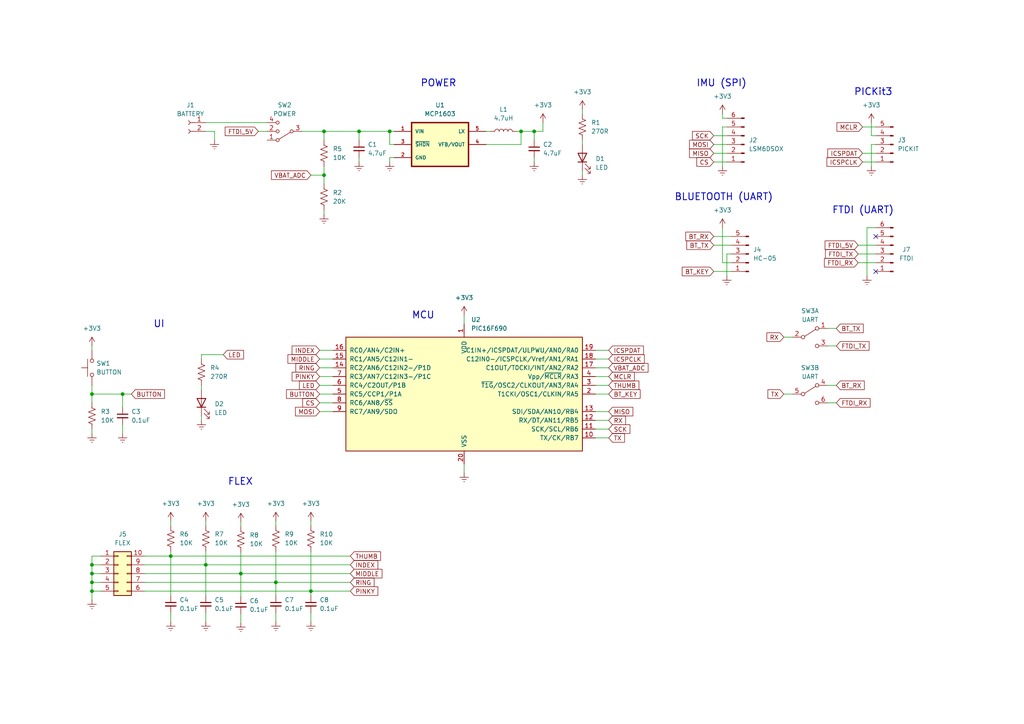
<source format=kicad_sch>
(kicad_sch (version 20211123) (generator eeschema)
  (paper "A4")
  (title_block (title "Fusion"))
  (lib_symbols
    (symbol "Connector:Conn_01x02_Female" (pin_names (offset 1.016) hide)
      (property "Reference" "J" (at 0 2.54 0))
      (property "Value" "Conn_01x02_Female" (at 0 -5.08 0))
      (symbol "Conn_01x02_Female_1_1"
        (arc (start 0 -2.032) (mid -0.508 -2.54) (end 0 -3.048) (stroke (width 0.1524)))
        (polyline (pts (xy -1.27 -2.54) (xy -0.508 -2.54)) (stroke (width 0.1524)))
        (polyline (pts (xy -1.27 0) (xy -0.508 0)) (stroke (width 0.1524)))
        (arc (start 0 0.508) (mid -0.508 0) (end 0 -0.508) (stroke (width 0.1524)))
        (pin passive line (at -5.08 0 0) (length 3.81) (name "Pin_1") (number "1"))
        (pin passive line (at -5.08 -2.54 0) (length 3.81) (name "Pin_2") (number "2"))
      )
    )
    (symbol "Connector:Conn_01x05_Male" (pin_names (offset 1.016) hide)
      (property "Reference" "J" (at 0 7.62 0))
      (property "Value" "Conn_01x05_Male" (at 0 -7.62 0))
      (symbol "Conn_01x05_Male_1_1"
        (polyline (pts (xy 1.27 -5.08) (xy 0.8636 -5.08)) (stroke (width 0.1524)))
        (polyline (pts (xy 1.27 -2.54) (xy 0.8636 -2.54)) (stroke (width 0.1524)))
        (polyline (pts (xy 1.27 0) (xy 0.8636 0)) (stroke (width 0.1524)))
        (polyline (pts (xy 1.27 2.54) (xy 0.8636 2.54)) (stroke (width 0.1524)))
        (polyline (pts (xy 1.27 5.08) (xy 0.8636 5.08)) (stroke (width 0.1524)))
        (rectangle (start 0.8636 -4.953) (end 0 -5.207) (stroke (width 0.1524)) (fill (type outline)))
        (rectangle (start 0.8636 -2.413) (end 0 -2.667) (stroke (width 0.1524)) (fill (type outline)))
        (rectangle (start 0.8636 0.127) (end 0 -0.127) (stroke (width 0.1524)) (fill (type outline)))
        (rectangle (start 0.8636 2.667) (end 0 2.413) (stroke (width 0.1524)) (fill (type outline)))
        (rectangle (start 0.8636 5.207) (end 0 4.953) (stroke (width 0.1524)) (fill (type outline)))
        (pin passive line (at 5.08 5.08 180) (length 3.81) (name "Pin_1") (number "1"))
        (pin passive line (at 5.08 2.54 180) (length 3.81) (name "Pin_2") (number "2"))
        (pin passive line (at 5.08 0 180) (length 3.81) (name "Pin_3") (number "3"))
        (pin passive line (at 5.08 -2.54 180) (length 3.81) (name "Pin_4") (number "4"))
        (pin passive line (at 5.08 -5.08 180) (length 3.81) (name "Pin_5") (number "5"))
      )
    )
    (symbol "Connector:Conn_01x06_Male" (pin_names (offset 1.016) hide)
      (property "Reference" "J" (at 0 7.62 0))
      (property "Value" "Conn_01x06_Male" (at 0 -10.16 0))
      (symbol "Conn_01x06_Male_1_1"
        (polyline (pts (xy 1.27 -7.62) (xy 0.8636 -7.62)) (stroke (width 0.1524)))
        (polyline (pts (xy 1.27 -5.08) (xy 0.8636 -5.08)) (stroke (width 0.1524)))
        (polyline (pts (xy 1.27 -2.54) (xy 0.8636 -2.54)) (stroke (width 0.1524)))
        (polyline (pts (xy 1.27 0) (xy 0.8636 0)) (stroke (width 0.1524)))
        (polyline (pts (xy 1.27 2.54) (xy 0.8636 2.54)) (stroke (width 0.1524)))
        (polyline (pts (xy 1.27 5.08) (xy 0.8636 5.08)) (stroke (width 0.1524)))
        (rectangle (start 0.8636 -7.493) (end 0 -7.747) (stroke (width 0.1524)) (fill (type outline)))
        (rectangle (start 0.8636 -4.953) (end 0 -5.207) (stroke (width 0.1524)) (fill (type outline)))
        (rectangle (start 0.8636 -2.413) (end 0 -2.667) (stroke (width 0.1524)) (fill (type outline)))
        (rectangle (start 0.8636 0.127) (end 0 -0.127) (stroke (width 0.1524)) (fill (type outline)))
        (rectangle (start 0.8636 2.667) (end 0 2.413) (stroke (width 0.1524)) (fill (type outline)))
        (rectangle (start 0.8636 5.207) (end 0 4.953) (stroke (width 0.1524)) (fill (type outline)))
        (pin passive line (at 5.08 5.08 180) (length 3.81) (name "Pin_1") (number "1"))
        (pin passive line (at 5.08 2.54 180) (length 3.81) (name "Pin_2") (number "2"))
        (pin passive line (at 5.08 0 180) (length 3.81) (name "Pin_3") (number "3"))
        (pin passive line (at 5.08 -2.54 180) (length 3.81) (name "Pin_4") (number "4"))
        (pin passive line (at 5.08 -5.08 180) (length 3.81) (name "Pin_5") (number "5"))
        (pin passive line (at 5.08 -7.62 180) (length 3.81) (name "Pin_6") (number "6"))
      )
    )
    (symbol "Connector_Generic:Conn_02x05_Counter_Clockwise" (pin_names (offset 1.016) hide)
      (property "Reference" "J" (at 1.27 7.62 0))
      (property "Value" "Conn_02x05_Counter_Clockwise" (at 1.27 -7.62 0))
      (symbol "Conn_02x05_Counter_Clockwise_1_1"
        (rectangle (start -1.27 -4.953) (end 0 -5.207) (stroke (width 0.1524)))
        (rectangle (start -1.27 -2.413) (end 0 -2.667) (stroke (width 0.1524)))
        (rectangle (start -1.27 0.127) (end 0 -0.127) (stroke (width 0.1524)))
        (rectangle (start -1.27 2.667) (end 0 2.413) (stroke (width 0.1524)))
        (rectangle (start -1.27 5.207) (end 0 4.953) (stroke (width 0.1524)))
        (rectangle (start -1.27 6.35) (end 3.81 -6.35) (stroke (width 0.254)) (fill (type background)))
        (rectangle (start 3.81 -4.953) (end 2.54 -5.207) (stroke (width 0.1524)))
        (rectangle (start 3.81 -2.413) (end 2.54 -2.667) (stroke (width 0.1524)))
        (rectangle (start 3.81 0.127) (end 2.54 -0.127) (stroke (width 0.1524)))
        (rectangle (start 3.81 2.667) (end 2.54 2.413) (stroke (width 0.1524)))
        (rectangle (start 3.81 5.207) (end 2.54 4.953) (stroke (width 0.1524)))
        (pin passive line (at -5.08 5.08 0) (length 3.81) (name "Pin_1") (number "1"))
        (pin passive line (at 7.62 5.08 180) (length 3.81) (name "Pin_10") (number "10"))
        (pin passive line (at -5.08 2.54 0) (length 3.81) (name "Pin_2") (number "2"))
        (pin passive line (at -5.08 0 0) (length 3.81) (name "Pin_3") (number "3"))
        (pin passive line (at -5.08 -2.54 0) (length 3.81) (name "Pin_4") (number "4"))
        (pin passive line (at -5.08 -5.08 0) (length 3.81) (name "Pin_5") (number "5"))
        (pin passive line (at 7.62 -5.08 180) (length 3.81) (name "Pin_6") (number "6"))
        (pin passive line (at 7.62 -2.54 180) (length 3.81) (name "Pin_7") (number "7"))
        (pin passive line (at 7.62 0 180) (length 3.81) (name "Pin_8") (number "8"))
        (pin passive line (at 7.62 2.54 180) (length 3.81) (name "Pin_9") (number "9"))
      )
    )
    (symbol "Device:C_Small" (pin_numbers hide) (pin_names (offset 0.254) hide)
      (property "Reference" "C" (at 0.254 1.778 0))
      (property "Value" "C_Small" (at 0.254 -2.032 0))
      (symbol "C_Small_0_1"
        (polyline (pts (xy -1.524 -0.508) (xy 1.524 -0.508)) (stroke (width 0.3302)))
        (polyline (pts (xy -1.524 0.508) (xy 1.524 0.508)) (stroke (width 0.3048)))
      )
      (symbol "C_Small_1_1"
        (pin passive line (at 0 2.54 270) (length 2.032) (name "~") (number "1"))
        (pin passive line (at 0 -2.54 90) (length 2.032) (name "~") (number "2"))
      )
    )
    (symbol "Device:L" (pin_numbers hide) (pin_names (offset 1.016) hide)
      (property "Reference" "L" (at -1.27 0 90))
      (property "Value" "L" (at 1.905 0 90))
      (symbol "L_0_1"
        (arc (start 0 -2.54) (mid 0.635 -1.905) (end 0 -1.27))
        (arc (start 0 -1.27) (mid 0.635 -0.635) (end 0 0))
        (arc (start 0 0) (mid 0.635 0.635) (end 0 1.27))
        (arc (start 0 1.27) (mid 0.635 1.905) (end 0 2.54))
      )
      (symbol "L_1_1"
        (pin passive line (at 0 3.81 270) (length 1.27) (name "1") (number "1"))
        (pin passive line (at 0 -3.81 90) (length 1.27) (name "2") (number "2"))
      )
    )
    (symbol "Device:LED" (pin_numbers hide) (pin_names (offset 1.016) hide)
      (property "Reference" "D" (at 0 2.54 0))
      (property "Value" "LED" (at 0 -2.54 0))
      (symbol "LED_0_1"
        (polyline (pts (xy -1.27 -1.27) (xy -1.27 1.27)) (stroke (width 0.254)))
        (polyline (pts (xy -1.27 0) (xy 1.27 0)))
        (polyline (pts (xy 1.27 -1.27) (xy 1.27 1.27) (xy -1.27 0) (xy 1.27 -1.27)) (stroke (width 0.254)))
        (polyline (pts (xy -3.048 -0.762) (xy -4.572 -2.286) (xy -3.81 -2.286) (xy -4.572 -2.286) (xy -4.572 -1.524)))
        (polyline (pts (xy -1.778 -0.762) (xy -3.302 -2.286) (xy -2.54 -2.286) (xy -3.302 -2.286) (xy -3.302 -1.524)))
      )
      (symbol "LED_1_1"
        (pin passive line (at -3.81 0 0) (length 2.54) (name "K") (number "1"))
        (pin passive line (at 3.81 0 180) (length 2.54) (name "A") (number "2"))
      )
    )
    (symbol "Device:R_US" (pin_numbers hide) (pin_names (offset 0))
      (property "Reference" "R" (at 2.54 0 90))
      (property "Value" "R_US" (at -2.54 0 90))
      (symbol "R_US_0_1"
        (polyline (pts (xy 0 -2.286) (xy 0 -2.54)))
        (polyline (pts (xy 0 2.286) (xy 0 2.54)))
        (polyline (pts (xy 0 -0.762) (xy 1.016 -1.143) (xy 0 -1.524) (xy -1.016 -1.905) (xy 0 -2.286)))
        (polyline (pts (xy 0 0.762) (xy 1.016 0.381) (xy 0 0) (xy -1.016 -0.381) (xy 0 -0.762)))
        (polyline (pts (xy 0 2.286) (xy 1.016 1.905) (xy 0 1.524) (xy -1.016 1.143) (xy 0 0.762)))
      )
      (symbol "R_US_1_1"
        (pin passive line (at 0 3.81 270) (length 1.27) (name "~") (number "1"))
        (pin passive line (at 0 -3.81 90) (length 1.27) (name "~") (number "2"))
      )
    )
    (symbol "MCP1603:MCP1603" (pin_names (offset 1.016))
      (property "Reference" "U" (at -1.27 6.35 0))
      (property "Value" "MCP1603" (at -5.08 -10.16 0))
      (symbol "MCP1603_0_0"
        (rectangle (start -8.89 5.08) (end 7.62 -7.62) (stroke (width 0.4064)) (fill (type background)))
        (pin power_in line (at -13.97 2.54 0) (length 5.08) (name "VIN") (number "1"))
        (pin passive line (at -13.97 -5.08 0) (length 5.08) (name "GND") (number "2"))
        (pin input line (at -13.97 -1.27 0) (length 5.08) (name "~{SHDN}") (number "3"))
        (pin output line (at 12.7 -1.27 180) (length 5.08) (name "VFB/VOUT") (number "4"))
        (pin input line (at 12.7 2.54 180) (length 5.08) (name "LX") (number "5"))
      )
    )
    (symbol "MCU_Microchip_PIC16:PIC16F690-IP" (pin_names (offset 1.016))
      (property "Reference" "U" (at 19.05 20.32 0))
      (property "Value" "PIC16F690-IP" (at 19.05 17.78 0))
      (symbol "PIC16F690-IP_0_1"
        (rectangle (start -34.29 16.51) (end 34.29 -16.51) (stroke (width 0.254)) (fill (type background)))
      )
      (symbol "PIC16F690-IP_1_1"
        (pin power_in line (at 0 20.32 270) (length 3.81) (name "VDD") (number "1"))
        (pin bidirectional line (at 38.1 -12.7 180) (length 3.81) (name "TX/CK/RB7") (number "10"))
        (pin bidirectional line (at 38.1 -10.16 180) (length 3.81) (name "SCK/SCL/RB6") (number "11"))
        (pin bidirectional line (at 38.1 -7.62 180) (length 3.81) (name "RX/DT/AN11/RB5") (number "12"))
        (pin bidirectional line (at 38.1 -5.08 180) (length 3.81) (name "SDI/SDA/AN10/RB4") (number "13"))
        (pin bidirectional line (at -38.1 7.62 0) (length 3.81) (name "RC2/AN6/C12IN2-/P1D") (number "14"))
        (pin bidirectional line (at -38.1 10.16 0) (length 3.81) (name "RC1/AN5/C12IN1-") (number "15"))
        (pin bidirectional line (at -38.1 12.7 0) (length 3.81) (name "RC0/AN4/C2IN+") (number "16"))
        (pin bidirectional line (at 38.1 7.62 180) (length 3.81) (name "C1OUT/T0CKI/INT/AN2/RA2") (number "17"))
        (pin bidirectional line (at 38.1 10.16 180) (length 3.81) (name "C12IN0-/ICSPCLK/Vref/AN1/RA1") (number "18"))
        (pin bidirectional line (at 38.1 12.7 180) (length 3.81) (name "C1IN+/ICSPDAT/ULPWU/AN0/RA0") (number "19"))
        (pin bidirectional line (at 38.1 0 180) (length 3.81) (name "T1CKI/OSC1/CLKIN/RA5") (number "2"))
        (pin power_in line (at 0 -20.32 90) (length 3.81) (name "VSS") (number "20"))
        (pin bidirectional line (at 38.1 2.54 180) (length 3.81) (name "~{T1G}/OSC2/CLKOUT/AN3/RA4") (number "3"))
        (pin input line (at 38.1 5.08 180) (length 3.81) (name "Vpp/~{MCLR}/RA3") (number "4"))
        (pin bidirectional line (at -38.1 0 0) (length 3.81) (name "RC5/CCP1/P1A") (number "5"))
        (pin bidirectional line (at -38.1 2.54 0) (length 3.81) (name "RC4/C2OUT/P1B") (number "6"))
        (pin bidirectional line (at -38.1 5.08 0) (length 3.81) (name "RC3/AN7/C12IN3-/P1C") (number "7"))
        (pin bidirectional line (at -38.1 -2.54 0) (length 3.81) (name "RC6/AN8/~{SS}") (number "8"))
        (pin bidirectional line (at -38.1 -5.08 0) (length 3.81) (name "RC7/AN9/SDO") (number "9"))
      )
    )
    (symbol "Switch:SW_DPDT_x2" (pin_names (offset 0) hide)
      (property "Reference" "SW" (at 0 4.318 0))
      (property "Value" "SW_DPDT_x2" (at 0 -5.08 0))
      (symbol "SW_DPDT_x2_0_0"
        (circle (center -2.032 0) (radius 0.508))
        (circle (center 2.032 -2.54) (radius 0.508))
      )
      (symbol "SW_DPDT_x2_0_1"
        (polyline (pts (xy -1.524 0.254) (xy 1.651 2.286)))
        (circle (center 2.032 2.54) (radius 0.508))
      )
      (symbol "SW_DPDT_x2_1_1"
        (pin passive line (at 5.08 2.54 180) (length 2.54) (name "A") (number "1"))
        (pin passive line (at -5.08 0 0) (length 2.54) (name "B") (number "2"))
        (pin passive line (at 5.08 -2.54 180) (length 2.54) (name "C") (number "3"))
      )
      (symbol "SW_DPDT_x2_2_1"
        (pin passive line (at 5.08 2.54 180) (length 2.54) (name "A") (number "4"))
        (pin passive line (at -5.08 0 0) (length 2.54) (name "B") (number "5"))
        (pin passive line (at 5.08 -2.54 180) (length 2.54) (name "C") (number "6"))
      )
    )
    (symbol "Switch:SW_Push" (pin_numbers hide) (pin_names (offset 1.016) hide)
      (property "Reference" "SW" (at 1.27 2.54 0))
      (property "Value" "SW_Push" (at 0 -1.524 0))
      (symbol "SW_Push_0_1"
        (circle (center -2.032 0) (radius 0.508))
        (polyline (pts (xy 0 1.27) (xy 0 3.048)))
        (polyline (pts (xy 2.54 1.27) (xy -2.54 1.27)))
        (circle (center 2.032 0) (radius 0.508))
        (pin passive line (at -5.08 0 0) (length 2.54) (name "1") (number "1"))
        (pin passive line (at 5.08 0 180) (length 2.54) (name "2") (number "2"))
      )
    )
    (symbol "Switch:SW_SP3T" (pin_names (offset 0) hide)
      (property "Reference" "SW" (at 0 5.08 0))
      (property "Value" "SW_SP3T" (at 0 -5.08 0))
      (symbol "SW_SP3T_0_1"
        (circle (center -2.032 0) (radius 0.4572))
        (polyline (pts (xy -1.651 0.254) (xy 1.651 2.286)))
        (circle (center 2.032 -2.54) (radius 0.4572))
        (circle (center 2.032 0) (radius 0.4572))
        (circle (center 2.032 2.54) (radius 0.4572))
      )
      (symbol "SW_SP3T_1_1"
        (pin passive line (at 5.08 2.54 180) (length 2.54) (name "1") (number "1"))
        (pin passive line (at 5.08 0 180) (length 2.54) (name "2") (number "2"))
        (pin passive line (at -5.08 0 0) (length 2.54) (name "3") (number "3"))
        (pin passive line (at 5.08 -2.54 180) (length 2.54) (name "4") (number "4"))
      )
    )
    (symbol "power:+3V3" (power) (pin_names (offset 0))
      (property "Value" "+3V3" (at 0 3.556 0))
      (symbol "+3V3_0_1"
        (polyline (pts (xy -0.762 1.27) (xy 0 2.54)))
        (polyline (pts (xy 0 0) (xy 0 2.54)))
        (polyline (pts (xy 0 2.54) (xy 0.762 1.27)))
      )
      (symbol "+3V3_1_1"
        (pin power_in line (at 0 0 90) (length 0) hide (name "+3V3") (number "1"))
      )
    )
    (symbol "power:GNDREF" (power) (pin_names (offset 0))
      (property "Value" "GNDREF" (at 0 -3.81 0))
      (symbol "GNDREF_0_1"
        (polyline (pts (xy -0.635 -1.905) (xy 0.635 -1.905)))
        (polyline (pts (xy -0.127 -2.54) (xy 0.127 -2.54)))
        (polyline (pts (xy 0 -1.27) (xy 0 0)))
        (polyline (pts (xy 1.27 -1.27) (xy -1.27 -1.27)))
      )
      (symbol "GNDREF_1_1"
        (pin power_in line (at 0 0 270) (length 0) hide (name "GNDREF") (number "1"))
      )
    )
  )
  (junction (at 154.94 38.1))
  (junction (at 26.67 114.3))
  (junction (at 69.85 166.37))
  (junction (at 151.13 38.1))
  (junction (at 104.14 38.1))
  (junction (at 26.67 168.91))
  (junction (at 35.56 114.3))
  (junction (at 26.67 163.83))
  (junction (at 93.98 38.1))
  (junction (at 90.17 171.45))
  (junction (at 59.69 163.83))
  (junction (at 113.03 38.1))
  (junction (at 26.67 166.37))
  (junction (at 80.01 168.91))
  (junction (at 93.98 50.8))
  (junction (at 26.67 171.45))
  (junction (at 49.53 161.29))
  (no_connect (at 254 68.58))
  (no_connect (at 254 78.74))
  (wire (pts (xy 41.91 171.45) (xy 90.17 171.45)))
  (wire (pts (xy 26.67 114.3) (xy 26.67 116.84)))
  (wire (pts (xy 254 41.91) (xy 252.73 41.91)))
  (wire (pts (xy 104.14 38.1) (xy 113.03 38.1)))
  (wire (pts (xy 59.69 163.83) (xy 59.69 172.72)))
  (wire (pts (xy 35.56 114.3) (xy 38.1 114.3)))
  (wire (pts (xy 87.63 38.1) (xy 93.98 38.1)))
  (wire (pts (xy 113.03 41.91) (xy 113.03 38.1)))
  (wire (pts (xy 250.19 46.99) (xy 254 46.99)))
  (wire (pts (xy 64.77 102.87) (xy 58.42 102.87)))
  (wire (pts (xy 35.56 123.19) (xy 35.56 125.73)))
  (wire (pts (xy 26.67 124.46) (xy 26.67 125.73)))
  (wire (pts (xy 251.46 66.04) (xy 254 66.04)))
  (wire (pts (xy 134.62 91.44) (xy 134.62 93.98)))
  (wire (pts (xy 41.91 168.91) (xy 80.01 168.91)))
  (wire (pts (xy 134.62 134.62) (xy 134.62 137.16)))
  (wire (pts (xy 172.72 127) (xy 176.53 127)))
  (wire (pts (xy 49.53 177.8) (xy 49.53 180.34)))
  (wire (pts (xy 26.67 161.29) (xy 29.21 161.29)))
  (wire (pts (xy 140.97 41.91) (xy 151.13 41.91)))
  (wire (pts (xy 101.6 161.29) (xy 49.53 161.29)))
  (wire (pts (xy 49.53 151.13) (xy 49.53 152.4)))
  (wire (pts (xy 35.56 118.11) (xy 35.56 114.3)))
  (wire (pts (xy 92.71 119.38) (xy 96.52 119.38)))
  (wire (pts (xy 26.67 171.45) (xy 29.21 171.45)))
  (wire (pts (xy 172.72 109.22) (xy 176.53 109.22)))
  (wire (pts (xy 59.69 151.13) (xy 59.69 152.4)))
  (wire (pts (xy 92.71 104.14) (xy 96.52 104.14)))
  (wire (pts (xy 172.72 101.6) (xy 176.53 101.6)))
  (wire (pts (xy 210.82 36.83) (xy 209.55 36.83)))
  (wire (pts (xy 113.03 46.99) (xy 113.03 45.72)))
  (wire (pts (xy 90.17 151.13) (xy 90.17 152.4)))
  (wire (pts (xy 41.91 166.37) (xy 69.85 166.37)))
  (wire (pts (xy 248.92 76.2) (xy 254 76.2)))
  (wire (pts (xy 248.92 73.66) (xy 254 73.66)))
  (wire (pts (xy 93.98 38.1) (xy 104.14 38.1)))
  (wire (pts (xy 92.71 109.22) (xy 96.52 109.22)))
  (wire (pts (xy 69.85 166.37) (xy 69.85 172.9893)))
  (wire (pts (xy 240.03 111.76) (xy 242.57 111.76)))
  (wire (pts (xy 209.55 36.83) (xy 209.55 48.26)))
  (wire (pts (xy 151.13 38.1) (xy 149.86 38.1)))
  (wire (pts (xy 207.01 68.58) (xy 212.09 68.58)))
  (wire (pts (xy 101.6 163.83) (xy 59.69 163.83)))
  (wire (pts (xy 93.98 48.26) (xy 93.98 50.8)))
  (wire (pts (xy 209.55 66.04) (xy 209.55 76.2)))
  (wire (pts (xy 212.09 73.66) (xy 210.82 73.66)))
  (wire (pts (xy 172.72 119.38) (xy 176.53 119.38)))
  (wire (pts (xy 113.03 45.72) (xy 114.3 45.72)))
  (wire (pts (xy 26.67 168.91) (xy 29.21 168.91)))
  (wire (pts (xy 90.17 171.45) (xy 90.17 172.72)))
  (wire (pts (xy 240.03 95.25) (xy 242.57 95.25)))
  (wire (pts (xy 92.71 101.6) (xy 96.52 101.6)))
  (wire (pts (xy 227.33 114.3) (xy 229.87 114.3)))
  (wire (pts (xy 80.01 168.91) (xy 80.01 172.72)))
  (wire (pts (xy 58.42 120.65) (xy 58.42 121.92)))
  (wire (pts (xy 93.98 38.1) (xy 93.98 40.64)))
  (wire (pts (xy 140.97 38.1) (xy 142.24 38.1)))
  (wire (pts (xy 49.53 160.02) (xy 49.53 161.29)))
  (wire (pts (xy 168.91 31.75) (xy 168.91 33.02)))
  (wire (pts (xy 157.48 35.56) (xy 157.48 38.1)))
  (wire (pts (xy 168.91 49.53) (xy 168.91 50.8)))
  (wire (pts (xy 26.67 171.45) (xy 26.67 173.99)))
  (wire (pts (xy 80.01 151.13) (xy 80.01 152.4)))
  (wire (pts (xy 227.33 97.79) (xy 229.87 97.79)))
  (wire (pts (xy 62.23 40.64) (xy 62.23 38.1)))
  (wire (pts (xy 26.67 168.91) (xy 26.67 171.45)))
  (wire (pts (xy 92.71 111.76) (xy 96.52 111.76)))
  (wire (pts (xy 26.67 166.37) (xy 29.21 166.37)))
  (wire (pts (xy 59.69 38.1) (xy 62.23 38.1)))
  (wire (pts (xy 209.55 34.29) (xy 209.55 33.02)))
  (wire (pts (xy 26.67 100.33) (xy 26.67 101.6)))
  (wire (pts (xy 209.55 76.2) (xy 212.09 76.2)))
  (wire (pts (xy 58.42 111.76) (xy 58.42 113.03)))
  (wire (pts (xy 59.69 177.8) (xy 59.69 180.34)))
  (wire (pts (xy 172.72 124.46) (xy 176.53 124.46)))
  (wire (pts (xy 26.67 161.29) (xy 26.67 163.83)))
  (wire (pts (xy 113.03 38.1) (xy 114.3 38.1)))
  (wire (pts (xy 69.85 160.2893) (xy 69.85 166.37)))
  (wire (pts (xy 240.03 100.33) (xy 242.57 100.33)))
  (wire (pts (xy 41.91 163.83) (xy 59.69 163.83)))
  (wire (pts (xy 254 36.83) (xy 250.19 36.83)))
  (wire (pts (xy 210.82 34.29) (xy 209.55 34.29)))
  (wire (pts (xy 92.71 116.84) (xy 96.52 116.84)))
  (wire (pts (xy 104.14 45.72) (xy 104.14 46.99)))
  (wire (pts (xy 172.72 121.92) (xy 176.53 121.92)))
  (wire (pts (xy 101.6 166.37) (xy 69.85 166.37)))
  (wire (pts (xy 80.01 177.8) (xy 80.01 180.34)))
  (wire (pts (xy 26.67 166.37) (xy 26.67 168.91)))
  (wire (pts (xy 74.93 38.1) (xy 77.47 38.1)))
  (wire (pts (xy 207.01 78.74) (xy 212.09 78.74)))
  (wire (pts (xy 90.17 177.8) (xy 90.17 180.34)))
  (wire (pts (xy 90.17 160.02) (xy 90.17 171.45)))
  (wire (pts (xy 172.72 111.76) (xy 176.53 111.76)))
  (wire (pts (xy 168.91 40.64) (xy 168.91 41.91)))
  (wire (pts (xy 35.56 114.3) (xy 26.67 114.3)))
  (wire (pts (xy 104.14 40.64) (xy 104.14 38.1)))
  (wire (pts (xy 26.67 163.83) (xy 26.67 166.37)))
  (wire (pts (xy 154.94 40.64) (xy 154.94 38.1)))
  (wire (pts (xy 93.98 50.8) (xy 90.17 50.8)))
  (wire (pts (xy 157.48 38.1) (xy 154.94 38.1)))
  (wire (pts (xy 254 39.37) (xy 252.73 39.37)))
  (wire (pts (xy 49.53 161.29) (xy 49.53 172.72)))
  (wire (pts (xy 172.72 114.3) (xy 176.53 114.3)))
  (wire (pts (xy 207.01 71.12) (xy 212.09 71.12)))
  (wire (pts (xy 114.3 41.91) (xy 113.03 41.91)))
  (wire (pts (xy 252.73 35.56) (xy 252.73 39.37)))
  (wire (pts (xy 207.01 44.45) (xy 210.82 44.45)))
  (wire (pts (xy 93.98 60.96) (xy 93.98 62.23)))
  (wire (pts (xy 101.6 171.45) (xy 90.17 171.45)))
  (wire (pts (xy 92.71 106.68) (xy 96.52 106.68)))
  (wire (pts (xy 210.82 73.66) (xy 210.82 80.01)))
  (wire (pts (xy 251.46 66.04) (xy 251.46 80.01)))
  (wire (pts (xy 80.01 160.02) (xy 80.01 168.91)))
  (wire (pts (xy 26.67 111.76) (xy 26.67 114.3)))
  (wire (pts (xy 41.91 161.29) (xy 49.53 161.29)))
  (wire (pts (xy 69.85 151.3993) (xy 69.85 152.6693)))
  (wire (pts (xy 252.73 41.91) (xy 252.73 48.26)))
  (wire (pts (xy 59.69 160.02) (xy 59.69 163.83)))
  (wire (pts (xy 59.69 35.56) (xy 77.47 35.56)))
  (wire (pts (xy 207.01 39.37) (xy 210.82 39.37)))
  (wire (pts (xy 240.03 116.84) (xy 242.57 116.84)))
  (wire (pts (xy 93.98 50.8) (xy 93.98 53.34)))
  (wire (pts (xy 207.01 46.99) (xy 210.82 46.99)))
  (wire (pts (xy 151.13 41.91) (xy 151.13 38.1)))
  (wire (pts (xy 248.92 71.12) (xy 254 71.12)))
  (wire (pts (xy 69.85 178.0693) (xy 69.85 180.6093)))
  (wire (pts (xy 58.42 102.87) (xy 58.42 104.14)))
  (wire (pts (xy 92.71 114.3) (xy 96.52 114.3)))
  (wire (pts (xy 154.94 38.1) (xy 151.13 38.1)))
  (wire (pts (xy 250.19 44.45) (xy 254 44.45)))
  (wire (pts (xy 154.94 45.72) (xy 154.94 46.99)))
  (wire (pts (xy 101.6 168.91) (xy 80.01 168.91)))
  (wire (pts (xy 207.01 41.91) (xy 210.82 41.91)))
  (wire (pts (xy 172.72 106.68) (xy 176.53 106.68)))
  (wire (pts (xy 26.67 163.83) (xy 29.21 163.83)))
  (wire (pts (xy 172.72 104.14) (xy 176.53 104.14)))
  (text "IMU (SPI)" (at 201.93 25.4 0) (effects (font (size 2 2) (thickness 0.254) bold) (justify left bottom)))
  (text "MCU" (at 119.38 92.71 0) (effects (font (size 2 2) (thickness 0.254) bold) (justify left bottom)))
  (text "FLEX" (at 66.04 140.97 0) (effects (font (size 2 2) (thickness 0.254) bold) (justify left bottom)))
  (text "BLUETOOTH (UART)" (at 195.58 58.42 0) (effects (font (size 2 2) (thickness 0.254) bold) (justify left bottom)))
  (text "PICKit3" (at 247.65 27.94 0) (effects (font (size 2 2) (thickness 0.254) bold) (justify left bottom)))
  (text "FTDI (UART)" (at 241.3 62.23 0) (effects (font (size 2 2) (thickness 0.254) bold) (justify left bottom)))
  (text "UI" (at 44.45 95.25 0) (effects (font (size 2 2) (thickness 0.254) bold) (justify left bottom)))
  (text "POWER" (at 121.92 25.4 0) (effects (font (size 2 2) (thickness 0.254) bold) (justify left bottom)))
  (global_label "MISO" (shape input) (at 207.01 44.45 180) (property "Intersheet References" "${INTERSHEET_REFS}" (effects hide)))
  (global_label "MCLR" (shape input) (at 176.53 109.22 0) (property "Intersheet References" "${INTERSHEET_REFS}" (effects hide)))
  (global_label "THUMB" (shape input) (at 176.53 111.76 0) (property "Intersheet References" "${INTERSHEET_REFS}" (effects hide)))
  (global_label "TX" (shape input) (at 176.53 127 0) (property "Intersheet References" "${INTERSHEET_REFS}" (effects hide)))
  (global_label "BT_KEY" (shape input) (at 207.01 78.74 180) (property "Intersheet References" "${INTERSHEET_REFS}" (effects hide)))
  (global_label "FTDI_RX" (shape input) (at 248.92 76.2 180) (property "Intersheet References" "${INTERSHEET_REFS}" (effects hide)))
  (global_label "SCK" (shape input) (at 207.01 39.37 180) (property "Intersheet References" "${INTERSHEET_REFS}" (effects hide)))
  (global_label "VBAT_ADC" (shape input) (at 90.17 50.8 180) (property "Intersheet References" "${INTERSHEET_REFS}" (effects hide)))
  (global_label "BT_RX" (shape input) (at 242.57 111.76 0) (property "Intersheet References" "${INTERSHEET_REFS}" (effects hide)))
  (global_label "FTDI_RX" (shape input) (at 242.57 116.84 0) (property "Intersheet References" "${INTERSHEET_REFS}" (effects hide)))
  (global_label "ICSPDAT" (shape input) (at 250.19 44.45 180) (property "Intersheet References" "${INTERSHEET_REFS}" (effects hide)))
  (global_label "RX" (shape input) (at 227.33 97.79 180) (property "Intersheet References" "${INTERSHEET_REFS}" (effects hide)))
  (global_label "CS" (shape input) (at 207.01 46.99 180) (property "Intersheet References" "${INTERSHEET_REFS}" (effects hide)))
  (global_label "ICSPCLK" (shape input) (at 176.53 104.14 0) (property "Intersheet References" "${INTERSHEET_REFS}" (effects hide)))
  (global_label "PINKY" (shape input) (at 101.6 171.45 0) (property "Intersheet References" "${INTERSHEET_REFS}" (effects hide)))
  (global_label "ICSPCLK" (shape input) (at 250.19 46.99 180) (property "Intersheet References" "${INTERSHEET_REFS}" (effects hide)))
  (global_label "RING" (shape input) (at 92.71 106.68 180) (property "Intersheet References" "${INTERSHEET_REFS}" (effects hide)))
  (global_label "BT_TX" (shape input) (at 207.01 71.12 180) (property "Intersheet References" "${INTERSHEET_REFS}" (effects hide)))
  (global_label "BT_RX" (shape input) (at 207.01 68.58 180) (property "Intersheet References" "${INTERSHEET_REFS}" (effects hide)))
  (global_label "MISO" (shape input) (at 176.53 119.38 0) (property "Intersheet References" "${INTERSHEET_REFS}" (effects hide)))
  (global_label "SCK" (shape input) (at 176.53 124.46 0) (property "Intersheet References" "${INTERSHEET_REFS}" (effects hide)))
  (global_label "INDEX" (shape input) (at 92.71 101.6 180) (property "Intersheet References" "${INTERSHEET_REFS}" (effects hide)))
  (global_label "FTDI_TX" (shape input) (at 248.92 73.66 180) (property "Intersheet References" "${INTERSHEET_REFS}" (effects hide)))
  (global_label "MIDDLE" (shape input) (at 101.6 166.37 0) (property "Intersheet References" "${INTERSHEET_REFS}" (effects hide)))
  (global_label "BUTTON" (shape input) (at 38.1 114.3 0) (property "Intersheet References" "${INTERSHEET_REFS}" (effects hide)))
  (global_label "CS" (shape input) (at 92.71 116.84 180) (property "Intersheet References" "${INTERSHEET_REFS}" (effects hide)))
  (global_label "FTDI_TX" (shape input) (at 242.57 100.33 0) (property "Intersheet References" "${INTERSHEET_REFS}" (effects hide)))
  (global_label "MOSI" (shape input) (at 92.71 119.38 180) (property "Intersheet References" "${INTERSHEET_REFS}" (effects hide)))
  (global_label "MCLR" (shape input) (at 250.19 36.83 180) (property "Intersheet References" "${INTERSHEET_REFS}" (effects hide)))
  (global_label "BT_TX" (shape input) (at 242.57 95.25 0) (property "Intersheet References" "${INTERSHEET_REFS}" (effects hide)))
  (global_label "RING" (shape input) (at 101.6 168.91 0) (property "Intersheet References" "${INTERSHEET_REFS}" (effects hide)))
  (global_label "BUTTON" (shape input) (at 92.71 114.3 180) (property "Intersheet References" "${INTERSHEET_REFS}" (effects hide)))
  (global_label "ICSPDAT" (shape input) (at 176.53 101.6 0) (property "Intersheet References" "${INTERSHEET_REFS}" (effects hide)))
  (global_label "MOSI" (shape input) (at 207.01 41.91 180) (property "Intersheet References" "${INTERSHEET_REFS}" (effects hide)))
  (global_label "THUMB" (shape input) (at 101.6 161.29 0) (property "Intersheet References" "${INTERSHEET_REFS}" (effects hide)))
  (global_label "FTDI_5V" (shape input) (at 74.93 38.1 180) (property "Intersheet References" "${INTERSHEET_REFS}" (effects hide)))
  (global_label "INDEX" (shape input) (at 101.6 163.83 0) (property "Intersheet References" "${INTERSHEET_REFS}" (effects hide)))
  (global_label "LED" (shape input) (at 92.71 111.76 180) (property "Intersheet References" "${INTERSHEET_REFS}" (effects hide)))
  (global_label "TX" (shape input) (at 227.33 114.3 180) (property "Intersheet References" "${INTERSHEET_REFS}" (effects hide)))
  (global_label "PINKY" (shape input) (at 92.71 109.22 180) (property "Intersheet References" "${INTERSHEET_REFS}" (effects hide)))
  (global_label "LED" (shape input) (at 64.77 102.87 0) (property "Intersheet References" "${INTERSHEET_REFS}" (effects hide)))
  (global_label "FTDI_5V" (shape input) (at 248.92 71.12 180) (property "Intersheet References" "${INTERSHEET_REFS}" (effects hide)))
  (global_label "BT_KEY" (shape input) (at 176.53 114.3 0) (property "Intersheet References" "${INTERSHEET_REFS}" (effects hide)))
  (global_label "RX" (shape input) (at 176.53 121.92 0) (property "Intersheet References" "${INTERSHEET_REFS}" (effects hide)))
  (global_label "VBAT_ADC" (shape input) (at 176.53 106.68 0) (property "Intersheet References" "${INTERSHEET_REFS}" (effects hide)))
  (global_label "MIDDLE" (shape input) (at 92.71 104.14 180) (property "Intersheet References" "${INTERSHEET_REFS}" (effects hide)))
  (symbol (lib_id "Device:C_Small") (at 49.53 175.26 0) (unit 1)
    (property "Reference" "C4" (at 52.07 173.9962 0) (effects (justify left)))
    (property "Value" "0.1uF" (at 52.07 176.5362 0) (effects (justify left)))
    (property "Footprint" "Capacitor_SMD:C_0603_1608Metric_Pad1.08x0.95mm_HandSolder" (effects hide))
  )
  (symbol (lib_id "Connector:Conn_01x06_Male") (at 215.9 41.91 180) (unit 1)
    (property "Reference" "J2" (at 218.44 40.64 0))
    (property "Value" "LSM6DSOX" (at 222.25 43.18 0))
    (property "Footprint" "Connector_PinHeader_2.54mm:PinHeader_1x06_P2.54mm_Horizontal" (effects hide))
  )
  (symbol (lib_id "Connector:Conn_01x05_Male") (at 217.17 73.66 180) (unit 1)
    (property "Reference" "J4" (at 218.44 72.39 0) (effects (justify right)))
    (property "Value" "HC-05" (at 218.44 74.9299 0) (effects (justify right)))
    (property "Footprint" "Connector_PinHeader_2.54mm:PinHeader_1x05_P2.54mm_Horizontal" (effects hide))
  )
  (symbol (lib_id "Connector:Conn_01x05_Male") (at 259.08 41.91 180) (unit 1)
    (property "Reference" "J3" (at 260.35 40.64 0) (effects (justify right)))
    (property "Value" "PICKIT" (at 260.35 43.1799 0) (effects (justify right)))
    (property "Footprint" "Connector_PinSocket_2.54mm:PinSocket_1x05_P2.54mm_Vertical" (effects hide))
  )
  (symbol (lib_id "Device:LED") (at 168.91 45.72 90) (unit 1)
    (property "Reference" "D1" (at 172.72 46.0374 90) (effects (justify right)))
    (property "Value" "LED" (at 172.72 48.5774 90) (effects (justify right)))
    (property "Footprint" "LED_SMD:LED_0603_1608Metric_Pad1.05x0.95mm_HandSolder" (effects hide))
  )
  (symbol (lib_id "Device:R_US") (at 93.98 57.15 0) (unit 1)
    (property "Reference" "R2" (at 96.52 55.8799 0) (effects (justify left)))
    (property "Value" "20K" (at 96.52 58.4199 0) (effects (justify left)))
    (property "Footprint" "Resistor_SMD:R_0603_1608Metric_Pad0.98x0.95mm_HandSolder" (effects hide))
  )
  (symbol (lib_id "power:GNDREF") (at 154.94 46.99 0) (unit 1)
    (property "Reference" "#PWR0105" (effects hide))
    (property "Value" "GNDREF" (effects hide))
  )
  (symbol (lib_id "Switch:SW_DPDT_x2") (at 234.95 114.3 0) (unit 2)
    (property "Reference" "SW3" (at 234.95 106.68 0))
    (property "Value" "UART" (at 234.95 109.22 0))
    (property "Footprint" "Button_Switch_THT:SW_CuK_JS202011CQN_DPDT_Straight" (effects hide))
  )
  (symbol (lib_id "Device:R_US") (at 59.69 156.21 0) (unit 1)
    (property "Reference" "R7" (at 62.23 154.9399 0) (effects (justify left)))
    (property "Value" "10K" (at 62.23 157.4799 0) (effects (justify left)))
    (property "Footprint" "Resistor_SMD:R_0603_1608Metric_Pad0.98x0.95mm_HandSolder" (effects hide))
  )
  (symbol (lib_id "power:+3V3") (at 157.48 35.56 0) (unit 1)
    (property "Reference" "#PWR0103" (effects hide))
    (property "Value" "+3V3" (at 157.48 30.48 0))
  )
  (symbol (lib_id "Device:R_US") (at 90.17 156.21 0) (unit 1)
    (property "Reference" "R10" (at 92.71 154.9399 0) (effects (justify left)))
    (property "Value" "10K" (at 92.71 157.4799 0) (effects (justify left)))
    (property "Footprint" "Resistor_SMD:R_0603_1608Metric_Pad0.98x0.95mm_HandSolder" (effects hide))
  )
  (symbol (lib_id "power:GNDREF") (at 58.42 121.92 0) (unit 1)
    (property "Reference" "#PWR07" (effects hide))
    (property "Value" "GNDREF" (effects hide))
  )
  (symbol (lib_id "power:GNDREF") (at 59.69 180.34 0) (unit 1)
    (property "Reference" "#PWR018" (effects hide))
    (property "Value" "GNDREF" (effects hide))
  )
  (symbol (lib_id "power:+3V3") (at 80.01 151.13 0) (unit 1)
    (property "Reference" "#PWR021" (effects hide))
    (property "Value" "+3V3" (at 80.01 146.05 0))
  )
  (symbol (lib_id "power:GNDREF") (at 252.73 48.26 0) (unit 1)
    (property "Reference" "#PWR09" (effects hide))
    (property "Value" "GNDREF" (effects hide))
  )
  (symbol (lib_id "power:GNDREF") (at 168.91 50.8 0) (unit 1)
    (property "Reference" "#PWR0106" (effects hide))
    (property "Value" "GNDREF" (effects hide))
  )
  (symbol (lib_id "MCP1603:MCP1603") (at 128.27 40.64 0) (unit 1)
    (property "Reference" "U1" (at 127.635 30.48 0))
    (property "Value" "MCP1603" (at 127.635 33.02 0))
    (property "Footprint" "Package_TO_SOT_SMD:TSOT-23-5_HandSoldering" (effects hide))
    (property "PACKAGE" "SOT23-5" (effects hide))
    (property "OC_NEWARK" "22K1332" (effects hide))
    (property "SUPPLIER" "Microchip" (effects hide))
    (property "MPN" "MCP1603T-330I/OS" (effects hide))
    (property "OC_FARNELL" "1439373" (effects hide))
  )
  (symbol (lib_id "Device:C_Small") (at 80.01 175.26 0) (unit 1)
    (property "Reference" "C7" (at 82.55 173.9962 0) (effects (justify left)))
    (property "Value" "0.1uF" (at 82.55 176.5362 0) (effects (justify left)))
    (property "Footprint" "Capacitor_SMD:C_0603_1608Metric_Pad1.08x0.95mm_HandSolder" (effects hide))
  )
  (symbol (lib_id "Device:C_Small") (at 69.85 175.5293 0) (unit 1)
    (property "Reference" "C6" (at 72.39 174.2655 0) (effects (justify left)))
    (property "Value" "0.1uF" (at 72.39 176.8055 0) (effects (justify left)))
    (property "Footprint" "Capacitor_SMD:C_0603_1608Metric_Pad1.08x0.95mm_HandSolder" (effects hide))
  )
  (symbol (lib_id "power:GNDREF") (at 210.82 80.01 0) (unit 1)
    (property "Reference" "#PWR011" (effects hide))
    (property "Value" "GNDREF" (effects hide))
  )
  (symbol (lib_id "power:+3V3") (at 69.85 151.3993 0) (unit 1)
    (property "Reference" "#PWR019" (effects hide))
    (property "Value" "+3V3" (at 69.85 146.3193 0))
  )
  (symbol (lib_id "Switch:SW_DPDT_x2") (at 234.95 97.79 0) (unit 1)
    (property "Reference" "SW3" (at 234.95 90.17 0))
    (property "Value" "UART" (at 234.95 92.71 0))
    (property "Footprint" "Button_Switch_THT:SW_CuK_JS202011CQN_DPDT_Straight" (effects hide))
  )
  (symbol (lib_id "Connector:Conn_01x02_Female") (at 54.61 35.56 0) (mirror y) (unit 1)
    (property "Reference" "J1" (at 55.245 30.48 0))
    (property "Value" "BATTERY" (at 55.245 33.02 0))
    (property "Footprint" "Fusion:JST" (effects hide))
  )
  (symbol (lib_id "power:+3V3") (at 209.55 33.02 0) (unit 1)
    (property "Reference" "#PWR03" (effects hide))
    (property "Value" "+3V3" (at 209.55 27.94 0))
  )
  (symbol (lib_id "Device:C_Small") (at 154.94 43.18 0) (unit 1)
    (property "Reference" "C2" (at 157.48 41.9162 0) (effects (justify left)))
    (property "Value" "4.7uF" (at 157.48 44.4562 0) (effects (justify left)))
    (property "Footprint" "Capacitor_SMD:C_0603_1608Metric_Pad1.08x0.95mm_HandSolder" (effects hide))
  )
  (symbol (lib_id "Device:C_Small") (at 104.14 43.18 0) (unit 1)
    (property "Reference" "C1" (at 106.68 41.9162 0) (effects (justify left)))
    (property "Value" "4.7uF" (at 106.68 44.4562 0) (effects (justify left)))
    (property "Footprint" "Capacitor_SMD:C_0603_1608Metric_Pad1.08x0.95mm_HandSolder" (effects hide))
  )
  (symbol (lib_id "Device:R_US") (at 93.98 44.45 0) (unit 1)
    (property "Reference" "R5" (at 96.52 43.1799 0) (effects (justify left)))
    (property "Value" "10K" (at 96.52 45.7199 0) (effects (justify left)))
    (property "Footprint" "Resistor_SMD:R_0603_1608Metric_Pad0.98x0.95mm_HandSolder" (effects hide))
  )
  (symbol (lib_id "Switch:SW_Push") (at 26.67 106.68 90) (unit 1)
    (property "Reference" "SW1" (at 27.94 105.4099 90) (effects (justify right)))
    (property "Value" "BUTTON" (at 27.94 107.9499 90) (effects (justify right)))
    (property "Footprint" "Button_Switch_THT:SW_PUSH_6mm_H5mm" (effects hide))
  )
  (symbol (lib_id "power:+3V3") (at 168.91 31.75 0) (unit 1)
    (property "Reference" "#PWR0107" (effects hide))
    (property "Value" "+3V3" (at 168.91 26.67 0))
  )
  (symbol (lib_id "power:GNDREF") (at 251.46 80.01 0) (unit 1)
    (property "Reference" "#PWR025" (effects hide))
    (property "Value" "GNDREF" (effects hide))
  )
  (symbol (lib_id "power:+3V3") (at 90.17 151.13 0) (unit 1)
    (property "Reference" "#PWR023" (effects hide))
    (property "Value" "+3V3" (at 90.17 146.05 0))
  )
  (symbol (lib_id "power:GNDREF") (at 93.98 62.23 0) (unit 1)
    (property "Reference" "#PWR013" (effects hide))
    (property "Value" "GNDREF" (effects hide))
  )
  (symbol (lib_id "power:+3V3") (at 252.73 35.56 0) (unit 1)
    (property "Reference" "#PWR08" (effects hide))
    (property "Value" "+3V3" (at 252.73 30.48 0))
  )
  (symbol (lib_id "Connector_Generic:Conn_02x05_Counter_Clockwise") (at 34.29 166.37 0) (unit 1)
    (property "Reference" "J5" (at 35.56 154.94 0))
    (property "Value" "FLEX" (at 35.56 157.48 0))
    (property "Footprint" "Connector_PinHeader_2.54mm:PinHeader_2x05_P2.54mm_Horizontal" (effects hide))
  )
  (symbol (lib_id "power:GNDREF") (at 62.23 40.64 0) (unit 1)
    (property "Reference" "#PWR0104" (effects hide))
    (property "Value" "GNDREF" (effects hide))
  )
  (symbol (lib_id "Device:C_Small") (at 90.17 175.26 0) (unit 1)
    (property "Reference" "C8" (at 92.71 173.9962 0) (effects (justify left)))
    (property "Value" "0.1uF" (at 92.71 176.5362 0) (effects (justify left)))
    (property "Footprint" "Capacitor_SMD:C_0603_1608Metric_Pad1.08x0.95mm_HandSolder" (effects hide))
  )
  (symbol (lib_id "power:+3V3") (at 59.69 151.13 0) (unit 1)
    (property "Reference" "#PWR017" (effects hide))
    (property "Value" "+3V3" (at 59.69 146.05 0))
  )
  (symbol (lib_id "power:GNDREF") (at 80.01 180.34 0) (unit 1)
    (property "Reference" "#PWR022" (effects hide))
    (property "Value" "GNDREF" (effects hide))
  )
  (symbol (lib_id "power:GNDREF") (at 113.03 46.99 0) (unit 1)
    (property "Reference" "#PWR0102" (effects hide))
    (property "Value" "GNDREF" (effects hide))
  )
  (symbol (lib_id "power:GNDREF") (at 49.53 180.34 0) (unit 1)
    (property "Reference" "#PWR016" (effects hide))
    (property "Value" "GNDREF" (effects hide))
  )
  (symbol (lib_id "Device:R_US") (at 168.91 36.83 180) (unit 1)
    (property "Reference" "R1" (at 171.45 35.5599 0) (effects (justify right)))
    (property "Value" "270R" (at 171.45 38.0999 0) (effects (justify right)))
    (property "Footprint" "Resistor_SMD:R_0603_1608Metric_Pad0.98x0.95mm_HandSolder" (effects hide))
  )
  (symbol (lib_id "power:GNDREF") (at 26.67 173.99 0) (unit 1)
    (property "Reference" "#PWR012" (effects hide))
    (property "Value" "GNDREF" (effects hide))
  )
  (symbol (lib_id "power:+3V3") (at 209.55 66.04 0) (unit 1)
    (property "Reference" "#PWR010" (effects hide))
    (property "Value" "+3V3" (at 209.55 60.96 0))
  )
  (symbol (lib_id "Device:C_Small") (at 59.69 175.26 0) (unit 1)
    (property "Reference" "C5" (at 62.23 173.9962 0) (effects (justify left)))
    (property "Value" "0.1uF" (at 62.23 176.5362 0) (effects (justify left)))
    (property "Footprint" "Capacitor_SMD:C_0603_1608Metric_Pad1.08x0.95mm_HandSolder" (effects hide))
  )
  (symbol (lib_id "Connector:Conn_01x06_Male") (at 259.08 73.66 180) (unit 1)
    (property "Reference" "J7" (at 262.89 72.39 0))
    (property "Value" "FTDI" (at 262.89 74.93 0))
    (property "Footprint" "Connector_PinSocket_2.54mm:PinSocket_1x06_P2.54mm_Vertical" (effects hide))
  )
  (symbol (lib_id "power:GNDREF") (at 35.56 125.73 0) (unit 1)
    (property "Reference" "#PWR014" (effects hide))
    (property "Value" "GNDREF" (effects hide))
  )
  (symbol (lib_id "power:GNDREF") (at 209.55 48.26 0) (unit 1)
    (property "Reference" "#PWR04" (effects hide))
    (property "Value" "GNDREF" (effects hide))
  )
  (symbol (lib_id "power:GNDREF") (at 104.14 46.99 0) (unit 1)
    (property "Reference" "#PWR0101" (effects hide))
    (property "Value" "GNDREF" (effects hide))
  )
  (symbol (lib_id "Device:L") (at 146.05 38.1 90) (unit 1)
    (property "Reference" "L1" (at 146.05 31.75 90))
    (property "Value" "4.7uH" (at 146.05 34.29 90))
    (property "Footprint" "Inductor_SMD:L_0603_1608Metric_Pad1.05x0.95mm_HandSolder" (effects hide))
  )
  (symbol (lib_id "Device:LED") (at 58.42 116.84 90) (unit 1)
    (property "Reference" "D2" (at 62.23 117.1574 90) (effects (justify right)))
    (property "Value" "LED" (at 62.23 119.6974 90) (effects (justify right)))
    (property "Footprint" "LED_SMD:LED_0603_1608Metric_Pad1.05x0.95mm_HandSolder" (effects hide))
  )
  (symbol (lib_id "power:+3V3") (at 26.67 100.33 0) (unit 1)
    (property "Reference" "#PWR05" (effects hide))
    (property "Value" "+3V3" (at 26.67 95.25 0))
  )
  (symbol (lib_id "Device:R_US") (at 26.67 120.65 0) (unit 1)
    (property "Reference" "R3" (at 29.21 119.3799 0) (effects (justify left)))
    (property "Value" "10K" (at 29.21 121.9199 0) (effects (justify left)))
    (property "Footprint" "Resistor_SMD:R_0603_1608Metric_Pad0.98x0.95mm_HandSolder" (effects hide))
  )
  (symbol (lib_id "Switch:SW_SP3T") (at 82.55 38.1 180) (unit 1)
    (property "Reference" "SW2" (at 82.55 30.48 0))
    (property "Value" "POWER" (at 82.55 33.02 0))
    (property "Footprint" "Button_Switch_SMD:SW_SP3T_PCM13" (effects hide))
  )
  (symbol (lib_id "Device:R_US") (at 80.01 156.21 0) (unit 1)
    (property "Reference" "R9" (at 82.55 154.9399 0) (effects (justify left)))
    (property "Value" "10K" (at 82.55 157.4799 0) (effects (justify left)))
    (property "Footprint" "Resistor_SMD:R_0603_1608Metric_Pad0.98x0.95mm_HandSolder" (effects hide))
  )
  (symbol (lib_id "power:+3V3") (at 49.53 151.13 0) (unit 1)
    (property "Reference" "#PWR015" (effects hide))
    (property "Value" "+3V3" (at 49.53 146.05 0))
  )
  (symbol (lib_id "power:+3V3") (at 134.62 91.44 0) (unit 1)
    (property "Reference" "#PWR01" (effects hide))
    (property "Value" "+3V3" (at 134.62 86.36 0))
  )
  (symbol (lib_id "Device:R_US") (at 69.85 156.4793 0) (unit 1)
    (property "Reference" "R8" (at 72.39 155.2092 0) (effects (justify left)))
    (property "Value" "10K" (at 72.39 157.7492 0) (effects (justify left)))
    (property "Footprint" "Resistor_SMD:R_0603_1608Metric_Pad0.98x0.95mm_HandSolder" (effects hide))
  )
  (symbol (lib_id "power:GNDREF") (at 26.67 125.73 0) (unit 1)
    (property "Reference" "#PWR06" (effects hide))
    (property "Value" "GNDREF" (effects hide))
  )
  (symbol (lib_id "Device:R_US") (at 49.53 156.21 0) (unit 1)
    (property "Reference" "R6" (at 52.07 154.9399 0) (effects (justify left)))
    (property "Value" "10K" (at 52.07 157.4799 0) (effects (justify left)))
    (property "Footprint" "Resistor_SMD:R_0603_1608Metric_Pad0.98x0.95mm_HandSolder" (effects hide))
  )
  (symbol (lib_id "power:GNDREF") (at 134.62 137.16 0) (unit 1)
    (property "Reference" "#PWR02" (effects hide))
    (property "Value" "GNDREF" (effects hide))
  )
  (symbol (lib_id "MCU_Microchip_PIC16:PIC16F690-IP") (at 134.62 114.3 0) (unit 1)
    (property "Reference" "U2" (at 136.6394 92.71 0) (effects (justify left)))
    (property "Value" "PIC16F690" (at 136.6394 95.25 0) (effects (justify left)))
    (property "Footprint" "Package_DIP:DIP-20_W7.62mm_Socket" (effects hide))
    (property "Datasheet" "http://ww1.microchip.com/downloads/en/DeviceDoc/41262E.pdf" (effects hide))
  )
  (symbol (lib_id "Device:C_Small") (at 35.56 120.65 0) (unit 1)
    (property "Reference" "C3" (at 38.1 119.3862 0) (effects (justify left)))
    (property "Value" "0.1uF" (at 38.1 121.9262 0) (effects (justify left)))
    (property "Footprint" "Capacitor_SMD:C_0603_1608Metric_Pad1.08x0.95mm_HandSolder" (effects hide))
  )
  (symbol (lib_id "power:GNDREF") (at 69.85 180.6093 0) (unit 1)
    (property "Reference" "#PWR020" (effects hide))
    (property "Value" "GNDREF" (effects hide))
  )
  (symbol (lib_id "Device:R_US") (at 58.42 107.95 180) (unit 1)
    (property "Reference" "R4" (at 60.96 106.6799 0) (effects (justify right)))
    (property "Value" "270R" (at 60.96 109.2199 0) (effects (justify right)))
    (property "Footprint" "Resistor_SMD:R_0603_1608Metric_Pad0.98x0.95mm_HandSolder" (effects hide))
  )
  (symbol (lib_id "power:GNDREF") (at 90.17 180.34 0) (unit 1)
    (property "Reference" "#PWR024" (effects hide))
    (property "Value" "GNDREF" (effects hide))
  )
)
</source>
